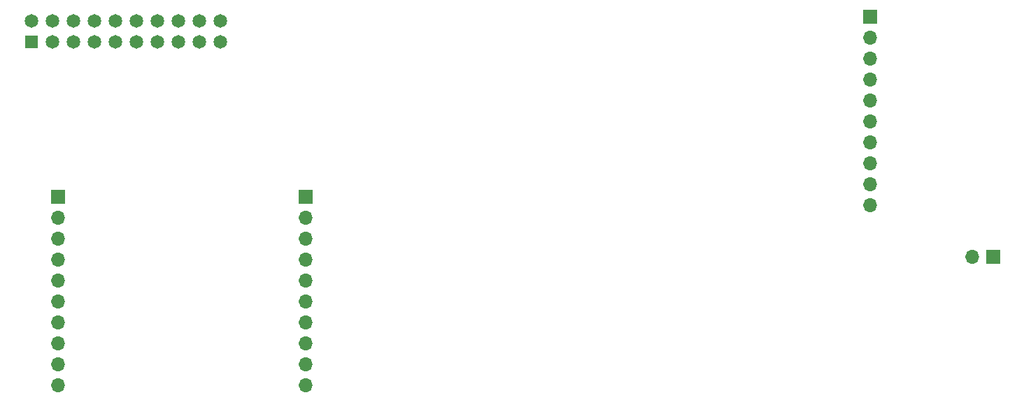
<source format=gbr>
%TF.GenerationSoftware,KiCad,Pcbnew,8.0.5*%
%TF.CreationDate,2025-01-29T19:48:31-05:00*%
%TF.ProjectId,Power_Supplies_DSP,506f7765-725f-4537-9570-706c6965735f,rev?*%
%TF.SameCoordinates,Original*%
%TF.FileFunction,Soldermask,Bot*%
%TF.FilePolarity,Negative*%
%FSLAX46Y46*%
G04 Gerber Fmt 4.6, Leading zero omitted, Abs format (unit mm)*
G04 Created by KiCad (PCBNEW 8.0.5) date 2025-01-29 19:48:31*
%MOMM*%
%LPD*%
G01*
G04 APERTURE LIST*
%ADD10R,1.650000X1.650000*%
%ADD11C,1.650000*%
%ADD12R,1.700000X1.700000*%
%ADD13O,1.700000X1.700000*%
G04 APERTURE END LIST*
D10*
%TO.C,J7*%
X147950000Y-122950000D03*
D11*
X147950000Y-120410000D03*
X150490000Y-122950000D03*
X150490000Y-120410000D03*
X153030000Y-122950000D03*
X153030000Y-120410000D03*
X155570000Y-122950000D03*
X155570000Y-120410000D03*
X158110000Y-122950000D03*
X158110000Y-120410000D03*
X160650000Y-122950000D03*
X160650000Y-120410000D03*
X163190000Y-122950000D03*
X163190000Y-120410000D03*
X165730000Y-122950000D03*
X165730000Y-120410000D03*
X168270000Y-122950000D03*
X168270000Y-120410000D03*
X170810000Y-122950000D03*
X170810000Y-120410000D03*
%TD*%
D12*
%TO.C,J6*%
X249500000Y-119905000D03*
D13*
X249500000Y-122445000D03*
X249500000Y-124985000D03*
X249500000Y-127525000D03*
X249500000Y-130065000D03*
X249500000Y-132605000D03*
X249500000Y-135145000D03*
X249500000Y-137685000D03*
X249500000Y-140225000D03*
X249500000Y-142765000D03*
%TD*%
D12*
%TO.C,J5*%
X264375000Y-148997500D03*
D13*
X261835000Y-148997500D03*
%TD*%
D12*
%TO.C,J4*%
X181175000Y-141770000D03*
D13*
X181175000Y-144310000D03*
X181175000Y-146850000D03*
X181175000Y-149390000D03*
X181175000Y-151930000D03*
X181175000Y-154470000D03*
X181175000Y-157010000D03*
X181175000Y-159550000D03*
X181175000Y-162090000D03*
X181175000Y-164630000D03*
%TD*%
D12*
%TO.C,J1*%
X151175000Y-141770000D03*
D13*
X151175000Y-144310000D03*
X151175000Y-146850000D03*
X151175000Y-149390000D03*
X151175000Y-151930000D03*
X151175000Y-154470000D03*
X151175000Y-157010000D03*
X151175000Y-159550000D03*
X151175000Y-162090000D03*
X151175000Y-164630000D03*
%TD*%
M02*

</source>
